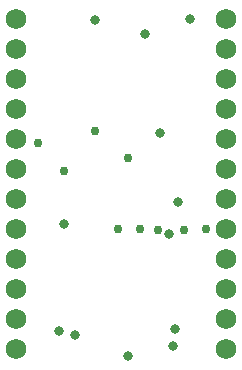
<source format=gbs>
G04*
G04 #@! TF.GenerationSoftware,Altium Limited,Altium Designer,22.9.1 (49)*
G04*
G04 Layer_Color=16711935*
%FSLAX44Y44*%
%MOMM*%
G71*
G04*
G04 #@! TF.SameCoordinates,E5F82799-094A-4641-A06E-9C292172CD6F*
G04*
G04*
G04 #@! TF.FilePolarity,Negative*
G04*
G01*
G75*
%ADD26C,1.7272*%
%ADD27C,0.8382*%
%ADD28C,0.7620*%
D26*
X16510Y271780D02*
D03*
Y297180D02*
D03*
X194310Y271780D02*
D03*
Y297180D02*
D03*
Y246380D02*
D03*
Y220980D02*
D03*
Y195580D02*
D03*
Y170180D02*
D03*
Y144780D02*
D03*
Y119380D02*
D03*
Y93980D02*
D03*
Y68580D02*
D03*
Y43180D02*
D03*
Y17780D02*
D03*
X16510Y246380D02*
D03*
Y220980D02*
D03*
Y195580D02*
D03*
Y170180D02*
D03*
Y144780D02*
D03*
Y119380D02*
D03*
Y93980D02*
D03*
Y68580D02*
D03*
Y43180D02*
D03*
Y17780D02*
D03*
D27*
X146366Y114570D02*
D03*
X153670Y142240D02*
D03*
X57150Y123190D02*
D03*
X149860Y20320D02*
D03*
X111760Y11430D02*
D03*
X125730Y284480D02*
D03*
X83820Y295910D02*
D03*
X66421Y29210D02*
D03*
X53340Y33020D02*
D03*
X151130Y34290D02*
D03*
X138430Y200660D02*
D03*
X163830Y297180D02*
D03*
D28*
X137160Y118110D02*
D03*
X158750D02*
D03*
X177800Y119380D02*
D03*
X102870D02*
D03*
X121846Y119454D02*
D03*
X83820Y201930D02*
D03*
X57579Y168069D02*
D03*
X111680Y178990D02*
D03*
X35560Y191770D02*
D03*
M02*

</source>
